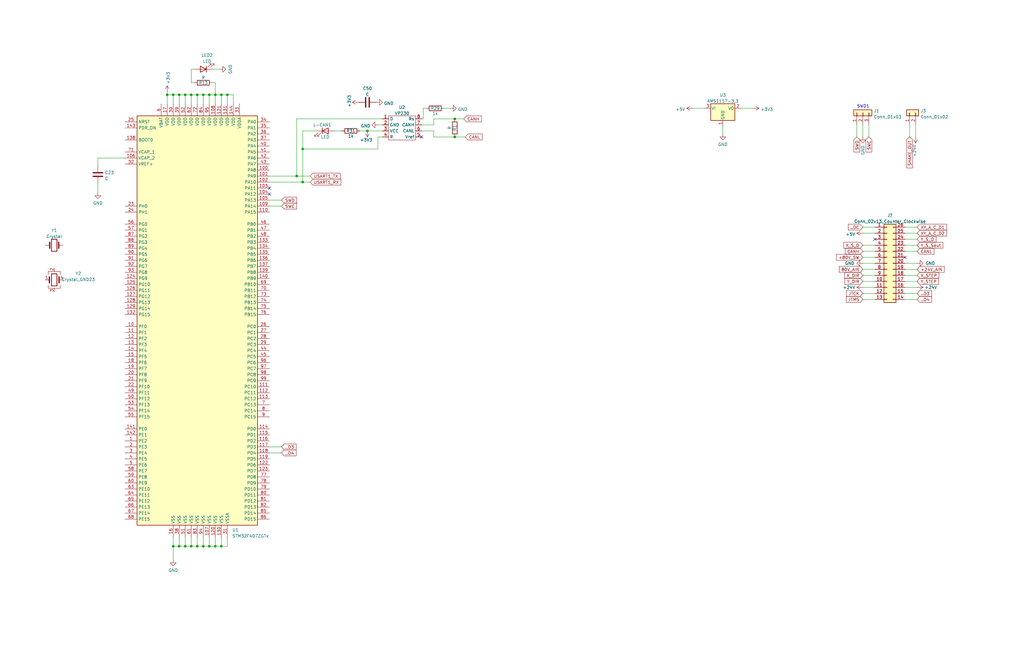
<source format=kicad_sch>
(kicad_sch (version 20211123) (generator eeschema)
  (paper "USLedger")
  (lib_symbols
    (symbol "Connector_Generic:Conn_01x02" (pin_names (offset 1.016) hide)
      (property "Reference" "J" (at 0 2.54 0))
      (property "Value" "Conn_01x02" (at 0 -5.08 0))
      (symbol "Conn_01x02_1_1"
        (rectangle (start -1.27 -2.413) (end 0 -2.667) (stroke (width 0.1524)))
        (rectangle (start -1.27 0.127) (end 0 -0.127) (stroke (width 0.1524)))
        (rectangle (start -1.27 1.27) (end 1.27 -3.81) (stroke (width 0.254)) (fill (type background)))
        (pin passive line (at -5.08 0 0) (length 3.81) (name "Pin_1") (number "1"))
        (pin passive line (at -5.08 -2.54 0) (length 3.81) (name "Pin_2") (number "2"))
      )
    )
    (symbol "Connector_Generic:Conn_01x03" (pin_names (offset 1.016) hide)
      (property "Reference" "J" (at 0 5.08 0))
      (property "Value" "Conn_01x03" (at 0 -5.08 0))
      (symbol "Conn_01x03_1_1"
        (rectangle (start -1.27 -2.413) (end 0 -2.667) (stroke (width 0.1524)))
        (rectangle (start -1.27 0.127) (end 0 -0.127) (stroke (width 0.1524)))
        (rectangle (start -1.27 2.667) (end 0 2.413) (stroke (width 0.1524)))
        (rectangle (start -1.27 3.81) (end 1.27 -3.81) (stroke (width 0.254)) (fill (type background)))
        (pin passive line (at -5.08 2.54 0) (length 3.81) (name "Pin_1") (number "1"))
        (pin passive line (at -5.08 0 0) (length 3.81) (name "Pin_2") (number "2"))
        (pin passive line (at -5.08 -2.54 0) (length 3.81) (name "Pin_3") (number "3"))
      )
    )
    (symbol "Connector_Generic:Conn_02x13_Counter_Clockwise" (pin_names (offset 1.016) hide)
      (property "Reference" "J" (at 1.27 17.78 0))
      (property "Value" "Conn_02x13_Counter_Clockwise" (at 1.27 -17.78 0))
      (symbol "Conn_02x13_Counter_Clockwise_1_1"
        (rectangle (start -1.27 -15.113) (end 0 -15.367) (stroke (width 0.1524)))
        (rectangle (start -1.27 -12.573) (end 0 -12.827) (stroke (width 0.1524)))
        (rectangle (start -1.27 -10.033) (end 0 -10.287) (stroke (width 0.1524)))
        (rectangle (start -1.27 -7.493) (end 0 -7.747) (stroke (width 0.1524)))
        (rectangle (start -1.27 -4.953) (end 0 -5.207) (stroke (width 0.1524)))
        (rectangle (start -1.27 -2.413) (end 0 -2.667) (stroke (width 0.1524)))
        (rectangle (start -1.27 0.127) (end 0 -0.127) (stroke (width 0.1524)))
        (rectangle (start -1.27 2.667) (end 0 2.413) (stroke (width 0.1524)))
        (rectangle (start -1.27 5.207) (end 0 4.953) (stroke (width 0.1524)))
        (rectangle (start -1.27 7.747) (end 0 7.493) (stroke (width 0.1524)))
        (rectangle (start -1.27 10.287) (end 0 10.033) (stroke (width 0.1524)))
        (rectangle (start -1.27 12.827) (end 0 12.573) (stroke (width 0.1524)))
        (rectangle (start -1.27 15.367) (end 0 15.113) (stroke (width 0.1524)))
        (rectangle (start -1.27 16.51) (end 3.81 -16.51) (stroke (width 0.254)) (fill (type background)))
        (rectangle (start 3.81 -15.113) (end 2.54 -15.367) (stroke (width 0.1524)))
        (rectangle (start 3.81 -12.573) (end 2.54 -12.827) (stroke (width 0.1524)))
        (rectangle (start 3.81 -10.033) (end 2.54 -10.287) (stroke (width 0.1524)))
        (rectangle (start 3.81 -7.493) (end 2.54 -7.747) (stroke (width 0.1524)))
        (rectangle (start 3.81 -4.953) (end 2.54 -5.207) (stroke (width 0.1524)))
        (rectangle (start 3.81 -2.413) (end 2.54 -2.667) (stroke (width 0.1524)))
        (rectangle (start 3.81 0.127) (end 2.54 -0.127) (stroke (width 0.1524)))
        (rectangle (start 3.81 2.667) (end 2.54 2.413) (stroke (width 0.1524)))
        (rectangle (start 3.81 5.207) (end 2.54 4.953) (stroke (width 0.1524)))
        (rectangle (start 3.81 7.747) (end 2.54 7.493) (stroke (width 0.1524)))
        (rectangle (start 3.81 10.287) (end 2.54 10.033) (stroke (width 0.1524)))
        (rectangle (start 3.81 12.827) (end 2.54 12.573) (stroke (width 0.1524)))
        (rectangle (start 3.81 15.367) (end 2.54 15.113) (stroke (width 0.1524)))
        (pin passive line (at -5.08 15.24 0) (length 3.81) (name "Pin_1") (number "1"))
        (pin passive line (at -5.08 -7.62 0) (length 3.81) (name "Pin_10") (number "10"))
        (pin passive line (at -5.08 -10.16 0) (length 3.81) (name "Pin_11") (number "11"))
        (pin passive line (at -5.08 -12.7 0) (length 3.81) (name "Pin_12") (number "12"))
        (pin passive line (at -5.08 -15.24 0) (length 3.81) (name "Pin_13") (number "13"))
        (pin passive line (at 7.62 -15.24 180) (length 3.81) (name "Pin_14") (number "14"))
        (pin passive line (at 7.62 -12.7 180) (length 3.81) (name "Pin_15") (number "15"))
        (pin passive line (at 7.62 -10.16 180) (length 3.81) (name "Pin_16") (number "16"))
        (pin passive line (at 7.62 -7.62 180) (length 3.81) (name "Pin_17") (number "17"))
        (pin passive line (at 7.62 -5.08 180) (length 3.81) (name "Pin_18") (number "18"))
        (pin passive line (at 7.62 -2.54 180) (length 3.81) (name "Pin_19") (number "19"))
        (pin passive line (at -5.08 12.7 0) (length 3.81) (name "Pin_2") (number "2"))
        (pin passive line (at 7.62 0 180) (length 3.81) (name "Pin_20") (number "20"))
        (pin passive line (at 7.62 2.54 180) (length 3.81) (name "Pin_21") (number "21"))
        (pin passive line (at 7.62 5.08 180) (length 3.81) (name "Pin_22") (number "22"))
        (pin passive line (at 7.62 7.62 180) (length 3.81) (name "Pin_23") (number "23"))
        (pin passive line (at 7.62 10.16 180) (length 3.81) (name "Pin_24") (number "24"))
        (pin passive line (at 7.62 12.7 180) (length 3.81) (name "Pin_25") (number "25"))
        (pin passive line (at 7.62 15.24 180) (length 3.81) (name "Pin_26") (number "26"))
        (pin passive line (at -5.08 10.16 0) (length 3.81) (name "Pin_3") (number "3"))
        (pin passive line (at -5.08 7.62 0) (length 3.81) (name "Pin_4") (number "4"))
        (pin passive line (at -5.08 5.08 0) (length 3.81) (name "Pin_5") (number "5"))
        (pin passive line (at -5.08 2.54 0) (length 3.81) (name "Pin_6") (number "6"))
        (pin passive line (at -5.08 0 0) (length 3.81) (name "Pin_7") (number "7"))
        (pin passive line (at -5.08 -2.54 0) (length 3.81) (name "Pin_8") (number "8"))
        (pin passive line (at -5.08 -5.08 0) (length 3.81) (name "Pin_9") (number "9"))
      )
    )
    (symbol "Device:C" (pin_numbers hide) (pin_names (offset 0.254))
      (property "Reference" "C" (at 0.635 2.54 0))
      (property "Value" "C" (at 0.635 -2.54 0))
      (symbol "C_0_1"
        (polyline (pts (xy -2.032 -0.762) (xy 2.032 -0.762)) (stroke (width 0.508)))
        (polyline (pts (xy -2.032 0.762) (xy 2.032 0.762)) (stroke (width 0.508)))
      )
      (symbol "C_1_1"
        (pin passive line (at 0 3.81 270) (length 2.794) (name "~") (number "1"))
        (pin passive line (at 0 -3.81 90) (length 2.794) (name "~") (number "2"))
      )
    )
    (symbol "Device:Crystal" (pin_numbers hide) (pin_names (offset 1.016) hide)
      (property "Reference" "Y" (at 0 3.81 0))
      (property "Value" "Crystal" (at 0 -3.81 0))
      (symbol "Crystal_0_1"
        (rectangle (start -1.143 2.54) (end 1.143 -2.54) (stroke (width 0.3048)))
        (polyline (pts (xy -2.54 0) (xy -1.905 0)))
        (polyline (pts (xy -1.905 -1.27) (xy -1.905 1.27)) (stroke (width 0.508)))
        (polyline (pts (xy 1.905 -1.27) (xy 1.905 1.27)) (stroke (width 0.508)))
        (polyline (pts (xy 2.54 0) (xy 1.905 0)))
      )
      (symbol "Crystal_1_1"
        (pin passive line (at -3.81 0 0) (length 1.27) (name "1") (number "1"))
        (pin passive line (at 3.81 0 180) (length 1.27) (name "2") (number "2"))
      )
    )
    (symbol "Device:Crystal_GND23" (pin_names (offset 1.016) hide)
      (property "Reference" "Y" (at 3.175 5.08 0))
      (property "Value" "Crystal_GND23" (at 3.175 3.175 0))
      (symbol "Crystal_GND23_0_1"
        (rectangle (start -1.143 2.54) (end 1.143 -2.54) (stroke (width 0.3048)))
        (polyline (pts (xy -2.54 0) (xy -2.032 0)))
        (polyline (pts (xy -2.032 -1.27) (xy -2.032 1.27)) (stroke (width 0.508)))
        (polyline (pts (xy 0 -3.81) (xy 0 -3.556)))
        (polyline (pts (xy 0 3.556) (xy 0 3.81)))
        (polyline (pts (xy 2.032 -1.27) (xy 2.032 1.27)) (stroke (width 0.508)))
        (polyline (pts (xy 2.032 0) (xy 2.54 0)))
        (polyline (pts (xy -2.54 -2.286) (xy -2.54 -3.556) (xy 2.54 -3.556) (xy 2.54 -2.286)))
        (polyline (pts (xy -2.54 2.286) (xy -2.54 3.556) (xy 2.54 3.556) (xy 2.54 2.286)))
      )
      (symbol "Crystal_GND23_1_1"
        (pin passive line (at -3.81 0 0) (length 1.27) (name "1") (number "1"))
        (pin passive line (at 0 5.08 270) (length 1.27) (name "2") (number "2"))
        (pin passive line (at 0 -5.08 90) (length 1.27) (name "3") (number "3"))
        (pin passive line (at 3.81 0 180) (length 1.27) (name "4") (number "4"))
      )
    )
    (symbol "Device:LED" (pin_numbers hide) (pin_names (offset 1.016) hide)
      (property "Reference" "D" (at 0 2.54 0))
      (property "Value" "LED" (at 0 -2.54 0))
      (symbol "LED_0_1"
        (polyline (pts (xy -1.27 -1.27) (xy -1.27 1.27)) (stroke (width 0.254)))
        (polyline (pts (xy -1.27 0) (xy 1.27 0)))
        (polyline (pts (xy 1.27 -1.27) (xy 1.27 1.27) (xy -1.27 0) (xy 1.27 -1.27)) (stroke (width 0.254)))
        (polyline (pts (xy -3.048 -0.762) (xy -4.572 -2.286) (xy -3.81 -2.286) (xy -4.572 -2.286) (xy -4.572 -1.524)))
        (polyline (pts (xy -1.778 -0.762) (xy -3.302 -2.286) (xy -2.54 -2.286) (xy -3.302 -2.286) (xy -3.302 -1.524)))
      )
      (symbol "LED_1_1"
        (pin passive line (at -3.81 0 0) (length 2.54) (name "K") (number "1"))
        (pin passive line (at 3.81 0 180) (length 2.54) (name "A") (number "2"))
      )
    )
    (symbol "Device:R" (pin_numbers hide) (pin_names (offset 0))
      (property "Reference" "R" (at 2.032 0 90))
      (property "Value" "R" (at 0 0 90))
      (symbol "R_0_1"
        (rectangle (start -1.016 -2.54) (end 1.016 2.54) (stroke (width 0.254)))
      )
      (symbol "R_1_1"
        (pin passive line (at 0 3.81 270) (length 1.27) (name "~") (number "1"))
        (pin passive line (at 0 -3.81 90) (length 1.27) (name "~") (number "2"))
      )
    )
    (symbol "MCU_ST_STM32F4:STM32F407ZGTx"
      (property "Reference" "U" (at -25.4 87.63 0))
      (property "Value" "STM32F407ZGTx" (at 20.32 87.63 0))
      (symbol "STM32F407ZGTx_0_1"
        (rectangle (start -25.4 -86.36) (end 25.4 86.36) (stroke (width 0.254)) (fill (type background)))
      )
      (symbol "STM32F407ZGTx_1_1"
        (pin bidirectional line (at -30.48 -50.8 0) (length 5.08) (name "PE2") (number "1"))
        (pin bidirectional line (at -30.48 -2.54 0) (length 5.08) (name "PF0") (number "10"))
        (pin bidirectional line (at 30.48 63.5 180) (length 5.08) (name "PA8") (number "100"))
        (pin bidirectional line (at 30.48 60.96 180) (length 5.08) (name "PA9") (number "101"))
        (pin bidirectional line (at 30.48 58.42 180) (length 5.08) (name "PA10") (number "102"))
        (pin bidirectional line (at 30.48 55.88 180) (length 5.08) (name "PA11") (number "103"))
        (pin bidirectional line (at 30.48 53.34 180) (length 5.08) (name "PA12") (number "104"))
        (pin bidirectional line (at 30.48 50.8 180) (length 5.08) (name "PA13") (number "105"))
        (pin power_in line (at -30.48 68.58 0) (length 5.08) (name "VCAP_2") (number "106"))
        (pin power_in line (at 5.08 -91.44 90) (length 5.08) (name "VSS") (number "107"))
        (pin power_in line (at 7.62 91.44 270) (length 5.08) (name "VDD") (number "108"))
        (pin bidirectional line (at 30.48 48.26 180) (length 5.08) (name "PA14") (number "109"))
        (pin bidirectional line (at -30.48 -5.08 0) (length 5.08) (name "PF1") (number "11"))
        (pin bidirectional line (at 30.48 45.72 180) (length 5.08) (name "PA15") (number "110"))
        (pin bidirectional line (at 30.48 -27.94 180) (length 5.08) (name "PC10") (number "111"))
        (pin bidirectional line (at 30.48 -30.48 180) (length 5.08) (name "PC11") (number "112"))
        (pin bidirectional line (at 30.48 -33.02 180) (length 5.08) (name "PC12") (number "113"))
        (pin bidirectional line (at 30.48 -45.72 180) (length 5.08) (name "PD0") (number "114"))
        (pin bidirectional line (at 30.48 -48.26 180) (length 5.08) (name "PD1") (number "115"))
        (pin bidirectional line (at 30.48 -50.8 180) (length 5.08) (name "PD2") (number "116"))
        (pin bidirectional line (at 30.48 -53.34 180) (length 5.08) (name "PD3") (number "117"))
        (pin bidirectional line (at 30.48 -55.88 180) (length 5.08) (name "PD4") (number "118"))
        (pin bidirectional line (at 30.48 -58.42 180) (length 5.08) (name "PD5") (number "119"))
        (pin bidirectional line (at -30.48 -7.62 0) (length 5.08) (name "PF2") (number "12"))
        (pin power_in line (at 7.62 -91.44 90) (length 5.08) (name "VSS") (number "120"))
        (pin power_in line (at 10.16 91.44 270) (length 5.08) (name "VDD") (number "121"))
        (pin bidirectional line (at 30.48 -60.96 180) (length 5.08) (name "PD6") (number "122"))
        (pin bidirectional line (at 30.48 -63.5 180) (length 5.08) (name "PD7") (number "123"))
        (pin bidirectional line (at -30.48 17.78 0) (length 5.08) (name "PG9") (number "124"))
        (pin bidirectional line (at -30.48 15.24 0) (length 5.08) (name "PG10") (number "125"))
        (pin bidirectional line (at -30.48 12.7 0) (length 5.08) (name "PG11") (number "126"))
        (pin bidirectional line (at -30.48 10.16 0) (length 5.08) (name "PG12") (number "127"))
        (pin bidirectional line (at -30.48 7.62 0) (length 5.08) (name "PG13") (number "128"))
        (pin bidirectional line (at -30.48 5.08 0) (length 5.08) (name "PG14") (number "129"))
        (pin bidirectional line (at -30.48 -10.16 0) (length 5.08) (name "PF3") (number "13"))
        (pin power_in line (at 10.16 -91.44 90) (length 5.08) (name "VSS") (number "130"))
        (pin power_in line (at 12.7 91.44 270) (length 5.08) (name "VDD") (number "131"))
        (pin bidirectional line (at -30.48 2.54 0) (length 5.08) (name "PG15") (number "132"))
        (pin bidirectional line (at 30.48 33.02 180) (length 5.08) (name "PB3") (number "133"))
        (pin bidirectional line (at 30.48 30.48 180) (length 5.08) (name "PB4") (number "134"))
        (pin bidirectional line (at 30.48 27.94 180) (length 5.08) (name "PB5") (number "135"))
        (pin bidirectional line (at 30.48 25.4 180) (length 5.08) (name "PB6") (number "136"))
        (pin bidirectional line (at 30.48 22.86 180) (length 5.08) (name "PB7") (number "137"))
        (pin input line (at -30.48 76.2 0) (length 5.08) (name "BOOT0") (number "138"))
        (pin bidirectional line (at 30.48 20.32 180) (length 5.08) (name "PB8") (number "139"))
        (pin bidirectional line (at -30.48 -12.7 0) (length 5.08) (name "PF4") (number "14"))
        (pin bidirectional line (at 30.48 17.78 180) (length 5.08) (name "PB9") (number "140"))
        (pin bidirectional line (at -30.48 -45.72 0) (length 5.08) (name "PE0") (number "141"))
        (pin bidirectional line (at -30.48 -48.26 0) (length 5.08) (name "PE1") (number "142"))
        (pin input line (at -30.48 81.28 0) (length 5.08) (name "PDR_ON") (number "143"))
        (pin power_in line (at 15.24 91.44 270) (length 5.08) (name "VDD") (number "144"))
        (pin bidirectional line (at -30.48 -15.24 0) (length 5.08) (name "PF5") (number "15"))
        (pin power_in line (at -10.16 -91.44 90) (length 5.08) (name "VSS") (number "16"))
        (pin power_in line (at -12.7 91.44 270) (length 5.08) (name "VDD") (number "17"))
        (pin bidirectional line (at -30.48 -17.78 0) (length 5.08) (name "PF6") (number "18"))
        (pin bidirectional line (at -30.48 -20.32 0) (length 5.08) (name "PF7") (number "19"))
        (pin bidirectional line (at -30.48 -53.34 0) (length 5.08) (name "PE3") (number "2"))
        (pin bidirectional line (at -30.48 -22.86 0) (length 5.08) (name "PF8") (number "20"))
        (pin bidirectional line (at -30.48 -25.4 0) (length 5.08) (name "PF9") (number "21"))
        (pin bidirectional line (at -30.48 -27.94 0) (length 5.08) (name "PF10") (number "22"))
        (pin input line (at -30.48 48.26 0) (length 5.08) (name "PH0") (number "23"))
        (pin input line (at -30.48 45.72 0) (length 5.08) (name "PH1") (number "24"))
        (pin input line (at -30.48 83.82 0) (length 5.08) (name "NRST") (number "25"))
        (pin bidirectional line (at 30.48 -2.54 180) (length 5.08) (name "PC0") (number "26"))
        (pin bidirectional line (at 30.48 -5.08 180) (length 5.08) (name "PC1") (number "27"))
        (pin bidirectional line (at 30.48 -7.62 180) (length 5.08) (name "PC2") (number "28"))
        (pin bidirectional line (at 30.48 -10.16 180) (length 5.08) (name "PC3") (number "29"))
        (pin bidirectional line (at -30.48 -55.88 0) (length 5.08) (name "PE4") (number "3"))
        (pin power_in line (at -10.16 91.44 270) (length 5.08) (name "VDD") (number "30"))
        (pin power_in line (at 12.7 -91.44 90) (length 5.08) (name "VSSA") (number "31"))
        (pin power_in line (at -30.48 66.04 0) (length 5.08) (name "VREF+") (number "32"))
        (pin power_in line (at 17.78 91.44 270) (length 5.08) (name "VDDA") (number "33"))
        (pin bidirectional line (at 30.48 83.82 180) (length 5.08) (name "PA0") (number "34"))
        (pin bidirectional line (at 30.48 81.28 180) (length 5.08) (name "PA1") (number "35"))
        (pin bidirectional line (at 30.48 78.74 180) (length 5.08) (name "PA2") (number "36"))
        (pin bidirectional line (at 30.48 76.2 180) (length 5.08) (name "PA3") (number "37"))
        (pin power_in line (at -7.62 -91.44 90) (length 5.08) (name "VSS") (number "38"))
        (pin power_in line (at -7.62 91.44 270) (length 5.08) (name "VDD") (number "39"))
        (pin bidirectional line (at -30.48 -58.42 0) (length 5.08) (name "PE5") (number "4"))
        (pin bidirectional line (at 30.48 73.66 180) (length 5.08) (name "PA4") (number "40"))
        (pin bidirectional line (at 30.48 71.12 180) (length 5.08) (name "PA5") (number "41"))
        (pin bidirectional line (at 30.48 68.58 180) (length 5.08) (name "PA6") (number "42"))
        (pin bidirectional line (at 30.48 66.04 180) (length 5.08) (name "PA7") (number "43"))
        (pin bidirectional line (at 30.48 -12.7 180) (length 5.08) (name "PC4") (number "44"))
        (pin bidirectional line (at 30.48 -15.24 180) (length 5.08) (name "PC5") (number "45"))
        (pin bidirectional line (at 30.48 40.64 180) (length 5.08) (name "PB0") (number "46"))
        (pin bidirectional line (at 30.48 38.1 180) (length 5.08) (name "PB1") (number "47"))
        (pin bidirectional line (at 30.48 35.56 180) (length 5.08) (name "PB2") (number "48"))
        (pin bidirectional line (at -30.48 -30.48 0) (length 5.08) (name "PF11") (number "49"))
        (pin bidirectional line (at -30.48 -60.96 0) (length 5.08) (name "PE6") (number "5"))
        (pin bidirectional line (at -30.48 -33.02 0) (length 5.08) (name "PF12") (number "50"))
        (pin power_in line (at -5.08 -91.44 90) (length 5.08) (name "VSS") (number "51"))
        (pin power_in line (at -5.08 91.44 270) (length 5.08) (name "VDD") (number "52"))
        (pin bidirectional line (at -30.48 -35.56 0) (length 5.08) (name "PF13") (number "53"))
        (pin bidirectional line (at -30.48 -38.1 0) (length 5.08) (name "PF14") (number "54"))
        (pin bidirectional line (at -30.48 -40.64 0) (length 5.08) (name "PF15") (number "55"))
        (pin bidirectional line (at -30.48 40.64 0) (length 5.08) (name "PG0") (number "56"))
        (pin bidirectional line (at -30.48 38.1 0) (length 5.08) (name "PG1") (number "57"))
        (pin bidirectional line (at -30.48 -63.5 0) (length 5.08) (name "PE7") (number "58"))
        (pin bidirectional line (at -30.48 -66.04 0) (length 5.08) (name "PE8") (number "59"))
        (pin power_in line (at -15.24 91.44 270) (length 5.08) (name "VBAT") (number "6"))
        (pin bidirectional line (at -30.48 -68.58 0) (length 5.08) (name "PE9") (number "60"))
        (pin power_in line (at -2.54 -91.44 90) (length 5.08) (name "VSS") (number "61"))
        (pin power_in line (at -2.54 91.44 270) (length 5.08) (name "VDD") (number "62"))
        (pin bidirectional line (at -30.48 -71.12 0) (length 5.08) (name "PE10") (number "63"))
        (pin bidirectional line (at -30.48 -73.66 0) (length 5.08) (name "PE11") (number "64"))
        (pin bidirectional line (at -30.48 -76.2 0) (length 5.08) (name "PE12") (number "65"))
        (pin bidirectional line (at -30.48 -78.74 0) (length 5.08) (name "PE13") (number "66"))
        (pin bidirectional line (at -30.48 -81.28 0) (length 5.08) (name "PE14") (number "67"))
        (pin bidirectional line (at -30.48 -83.82 0) (length 5.08) (name "PE15") (number "68"))
        (pin bidirectional line (at 30.48 15.24 180) (length 5.08) (name "PB10") (number "69"))
        (pin bidirectional line (at 30.48 -35.56 180) (length 5.08) (name "PC13") (number "7"))
        (pin bidirectional line (at 30.48 12.7 180) (length 5.08) (name "PB11") (number "70"))
        (pin power_in line (at -30.48 71.12 0) (length 5.08) (name "VCAP_1") (number "71"))
        (pin power_in line (at 0 91.44 270) (length 5.08) (name "VDD") (number "72"))
        (pin bidirectional line (at 30.48 10.16 180) (length 5.08) (name "PB12") (number "73"))
        (pin bidirectional line (at 30.48 7.62 180) (length 5.08) (name "PB13") (number "74"))
        (pin bidirectional line (at 30.48 5.08 180) (length 5.08) (name "PB14") (number "75"))
        (pin bidirectional line (at 30.48 2.54 180) (length 5.08) (name "PB15") (number "76"))
        (pin bidirectional line (at 30.48 -66.04 180) (length 5.08) (name "PD8") (number "77"))
        (pin bidirectional line (at 30.48 -68.58 180) (length 5.08) (name "PD9") (number "78"))
        (pin bidirectional line (at 30.48 -71.12 180) (length 5.08) (name "PD10") (number "79"))
        (pin bidirectional line (at 30.48 -38.1 180) (length 5.08) (name "PC14") (number "8"))
        (pin bidirectional line (at 30.48 -73.66 180) (length 5.08) (name "PD11") (number "80"))
        (pin bidirectional line (at 30.48 -76.2 180) (length 5.08) (name "PD12") (number "81"))
        (pin bidirectional line (at 30.48 -78.74 180) (length 5.08) (name "PD13") (number "82"))
        (pin power_in line (at 0 -91.44 90) (length 5.08) (name "VSS") (number "83"))
        (pin power_in line (at 2.54 91.44 270) (length 5.08) (name "VDD") (number "84"))
        (pin bidirectional line (at 30.48 -81.28 180) (length 5.08) (name "PD14") (number "85"))
        (pin bidirectional line (at 30.48 -83.82 180) (length 5.08) (name "PD15") (number "86"))
        (pin bidirectional line (at -30.48 35.56 0) (length 5.08) (name "PG2") (number "87"))
        (pin bidirectional line (at -30.48 33.02 0) (length 5.08) (name "PG3") (number "88"))
        (pin bidirectional line (at -30.48 30.48 0) (length 5.08) (name "PG4") (number "89"))
        (pin bidirectional line (at 30.48 -40.64 180) (length 5.08) (name "PC15") (number "9"))
        (pin bidirectional line (at -30.48 27.94 0) (length 5.08) (name "PG5") (number "90"))
        (pin bidirectional line (at -30.48 25.4 0) (length 5.08) (name "PG6") (number "91"))
        (pin bidirectional line (at -30.48 22.86 0) (length 5.08) (name "PG7") (number "92"))
        (pin bidirectional line (at -30.48 20.32 0) (length 5.08) (name "PG8") (number "93"))
        (pin power_in line (at 2.54 -91.44 90) (length 5.08) (name "VSS") (number "94"))
        (pin power_in line (at 5.08 91.44 270) (length 5.08) (name "VDD") (number "95"))
        (pin bidirectional line (at 30.48 -17.78 180) (length 5.08) (name "PC6") (number "96"))
        (pin bidirectional line (at 30.48 -20.32 180) (length 5.08) (name "PC7") (number "97"))
        (pin bidirectional line (at 30.48 -22.86 180) (length 5.08) (name "PC8") (number "98"))
        (pin bidirectional line (at 30.48 -25.4 180) (length 5.08) (name "PC9") (number "99"))
      )
    )
    (symbol "Regulator_Linear:AMS1117-3.3" (pin_names (offset 0.254))
      (property "Reference" "U" (at -3.81 3.175 0))
      (property "Value" "AMS1117-3.3" (at 0 3.175 0))
      (symbol "AMS1117-3.3_0_1"
        (rectangle (start -5.08 -5.08) (end 5.08 1.905) (stroke (width 0.254)) (fill (type background)))
      )
      (symbol "AMS1117-3.3_1_1"
        (pin power_in line (at 0 -7.62 90) (length 2.54) (name "GND") (number "1"))
        (pin power_out line (at 7.62 0 180) (length 2.54) (name "VO") (number "2"))
        (pin power_in line (at -7.62 0 0) (length 2.54) (name "VI") (number "3"))
      )
    )
    (symbol "TM245_parts:VP230"
      (property "Reference" "U" (at 0 -6.35 0))
      (property "Value" "VP230" (at 0 6.35 0))
      (symbol "VP230_0_1"
        (rectangle (start -5.08 5.08) (end 6.35 -5.08))
      )
      (symbol "VP230_1_1"
        (pin input line (at -7.62 3.81 0) (length 2.54) (name "D") (number "1"))
        (pin input line (at -7.62 1.27 0) (length 2.54) (name "GND") (number "2"))
        (pin input line (at -7.62 -1.27 0) (length 2.54) (name "VCC") (number "3"))
        (pin input line (at -7.62 -3.81 0) (length 2.54) (name "R") (number "4"))
        (pin input line (at 8.89 -3.81 180) (length 2.54) (name "Vref") (number "5"))
        (pin input line (at 8.89 -1.27 180) (length 2.54) (name "CANL") (number "6"))
        (pin input line (at 8.89 1.27 180) (length 2.54) (name "CANH") (number "7"))
        (pin input line (at 8.89 3.81 180) (length 2.54) (name "Rs") (number "8"))
      )
    )
    (symbol "power:+24V" (power) (pin_names (offset 0))
      (property "Value" "+24V" (at 0 3.556 0))
      (symbol "+24V_0_1"
        (polyline (pts (xy -0.762 1.27) (xy 0 2.54)))
        (polyline (pts (xy 0 0) (xy 0 2.54)))
        (polyline (pts (xy 0 2.54) (xy 0.762 1.27)))
      )
      (symbol "+24V_1_1"
        (pin power_in line (at 0 0 90) (length 0) hide (name "+24V") (number "1"))
      )
    )
    (symbol "power:+3V3" (power) (pin_names (offset 0))
      (property "Value" "+3V3" (at 0 3.556 0))
      (symbol "+3V3_0_1"
        (polyline (pts (xy -0.762 1.27) (xy 0 2.54)))
        (polyline (pts (xy 0 0) (xy 0 2.54)))
        (polyline (pts (xy 0 2.54) (xy 0.762 1.27)))
      )
      (symbol "+3V3_1_1"
        (pin power_in line (at 0 0 90) (length 0) hide (name "+3V3") (number "1"))
      )
    )
    (symbol "power:+5V" (power) (pin_names (offset 0))
      (property "Value" "+5V" (at 0 3.556 0))
      (symbol "+5V_0_1"
        (polyline (pts (xy -0.762 1.27) (xy 0 2.54)))
        (polyline (pts (xy 0 0) (xy 0 2.54)))
        (polyline (pts (xy 0 2.54) (xy 0.762 1.27)))
      )
      (symbol "+5V_1_1"
        (pin power_in line (at 0 0 90) (length 0) hide (name "+5V") (number "1"))
      )
    )
    (symbol "power:GND" (power) (pin_names (offset 0))
      (property "Value" "GND" (at 0 -3.81 0))
      (symbol "GND_0_1"
        (polyline (pts (xy 0 0) (xy 0 -1.27) (xy 1.27 -1.27) (xy 0 -2.54) (xy -1.27 -1.27) (xy 0 -1.27)))
      )
      (symbol "GND_1_1"
        (pin power_in line (at 0 0 270) (length 0) hide (name "GND") (number "1"))
      )
    )
  )
  (junction (at 95.885 40.005))
  (junction (at 85.725 230.505))
  (junction (at 78.105 230.505))
  (junction (at 125.095 74.295))
  (junction (at 78.105 40.005))
  (junction (at 85.725 40.005))
  (junction (at 127.635 62.865))
  (junction (at 88.265 40.005))
  (junction (at 83.185 230.505))
  (junction (at 93.345 40.005))
  (junction (at 90.805 230.505))
  (junction (at 88.265 230.505))
  (junction (at 127.635 76.835))
  (junction (at 70.485 40.005))
  (junction (at 90.805 40.005))
  (junction (at 191.77 50.165))
  (junction (at 154.94 55.245))
  (junction (at 75.565 40.005))
  (junction (at 83.185 40.005))
  (junction (at 73.025 230.505))
  (junction (at 93.345 230.505))
  (junction (at 191.77 57.785))
  (junction (at 80.645 40.005))
  (junction (at 73.025 40.005))
  (junction (at 75.565 230.505))
  (junction (at 80.645 230.505))
  (no_connect (at 368.935 100.965))
  (no_connect (at 381.635 108.585))
  (no_connect (at 177.8 57.785))
  (no_connect (at 113.665 81.915))
  (no_connect (at 113.665 79.375))
  (wire (pts (xy 178.435 50.165) (xy 178.435 45.72)))
  (wire (pts (xy 70.485 40.005) (xy 73.025 40.005)))
  (wire (pts (xy 83.185 40.005) (xy 83.185 43.815)))
  (wire (pts (xy 191.77 57.785) (xy 196.215 57.785)))
  (wire (pts (xy 93.345 230.505) (xy 95.885 230.505)))
  (wire (pts (xy 78.105 40.005) (xy 80.645 40.005)))
  (wire (pts (xy 368.935 95.885) (xy 363.855 95.885)))
  (wire (pts (xy 52.705 66.675) (xy 41.275 66.675)))
  (wire (pts (xy 83.185 226.695) (xy 83.185 230.505)))
  (wire (pts (xy 73.025 40.005) (xy 73.025 43.815)))
  (wire (pts (xy 41.275 66.675) (xy 41.275 69.85)))
  (wire (pts (xy 144.145 55.245) (xy 140.97 55.245)))
  (wire (pts (xy 73.025 226.695) (xy 73.025 230.505)))
  (wire (pts (xy 151.765 55.245) (xy 154.94 55.245)))
  (wire (pts (xy 89.535 34.925) (xy 90.805 34.925)))
  (wire (pts (xy 92.71 29.21) (xy 89.535 29.21)))
  (wire (pts (xy 78.105 226.695) (xy 78.105 230.505)))
  (wire (pts (xy 381.635 121.285) (xy 386.715 121.285)))
  (wire (pts (xy 70.485 40.005) (xy 70.485 38.735)))
  (wire (pts (xy 90.805 40.005) (xy 90.805 43.815)))
  (wire (pts (xy 177.8 55.245) (xy 182.88 55.245)))
  (wire (pts (xy 178.435 45.72) (xy 179.705 45.72)))
  (wire (pts (xy 113.665 76.835) (xy 127.635 76.835)))
  (wire (pts (xy 95.885 226.695) (xy 95.885 230.505)))
  (wire (pts (xy 73.025 230.505) (xy 75.565 230.505)))
  (wire (pts (xy 381.635 118.745) (xy 386.715 118.745)))
  (wire (pts (xy 368.935 106.045) (xy 363.855 106.045)))
  (wire (pts (xy 381.635 126.365) (xy 386.715 126.365)))
  (wire (pts (xy 93.345 40.005) (xy 93.345 43.815)))
  (wire (pts (xy 363.855 57.785) (xy 363.855 52.705)))
  (wire (pts (xy 93.345 40.005) (xy 95.885 40.005)))
  (wire (pts (xy 75.565 40.005) (xy 78.105 40.005)))
  (wire (pts (xy 125.095 50.165) (xy 161.29 50.165)))
  (wire (pts (xy 297.18 45.72) (xy 292.1 45.72)))
  (wire (pts (xy 127.635 55.245) (xy 127.635 62.865)))
  (wire (pts (xy 368.935 103.505) (xy 363.855 103.505)))
  (wire (pts (xy 381.635 106.045) (xy 386.715 106.045)))
  (wire (pts (xy 85.725 40.005) (xy 88.265 40.005)))
  (wire (pts (xy 381.635 98.425) (xy 386.715 98.425)))
  (wire (pts (xy 363.855 111.125) (xy 368.935 111.125)))
  (wire (pts (xy 368.935 113.665) (xy 363.855 113.665)))
  (wire (pts (xy 159.385 57.785) (xy 161.29 57.785)))
  (wire (pts (xy 182.88 55.245) (xy 182.88 57.785)))
  (wire (pts (xy 41.275 77.47) (xy 41.275 81.28)))
  (wire (pts (xy 95.885 43.815) (xy 95.885 40.005)))
  (wire (pts (xy 78.105 230.505) (xy 80.645 230.505)))
  (wire (pts (xy 80.645 230.505) (xy 83.185 230.505)))
  (wire (pts (xy 182.88 52.705) (xy 182.88 50.165)))
  (wire (pts (xy 177.8 52.705) (xy 182.88 52.705)))
  (wire (pts (xy 88.265 226.695) (xy 88.265 230.505)))
  (wire (pts (xy 125.095 50.165) (xy 125.095 74.295)))
  (wire (pts (xy 80.645 29.21) (xy 81.915 29.21)))
  (wire (pts (xy 83.185 40.005) (xy 85.725 40.005)))
  (wire (pts (xy 154.94 55.245) (xy 161.29 55.245)))
  (wire (pts (xy 177.8 50.165) (xy 178.435 50.165)))
  (wire (pts (xy 75.565 230.505) (xy 78.105 230.505)))
  (wire (pts (xy 383.54 52.705) (xy 383.54 57.785)))
  (wire (pts (xy 368.935 126.365) (xy 363.855 126.365)))
  (wire (pts (xy 73.025 236.22) (xy 73.025 230.505)))
  (wire (pts (xy 381.635 95.885) (xy 386.715 95.885)))
  (wire (pts (xy 127.635 76.835) (xy 130.81 76.835)))
  (wire (pts (xy 159.385 62.865) (xy 159.385 57.785)))
  (wire (pts (xy 83.185 230.505) (xy 85.725 230.505)))
  (wire (pts (xy 127.635 62.865) (xy 159.385 62.865)))
  (wire (pts (xy 73.025 40.005) (xy 75.565 40.005)))
  (wire (pts (xy 312.42 45.72) (xy 317.5 45.72)))
  (wire (pts (xy 88.265 40.005) (xy 88.265 43.815)))
  (wire (pts (xy 133.35 55.245) (xy 127.635 55.245)))
  (wire (pts (xy 85.725 230.505) (xy 88.265 230.505)))
  (wire (pts (xy 90.805 34.925) (xy 90.805 40.005)))
  (wire (pts (xy 381.635 116.205) (xy 386.715 116.205)))
  (wire (pts (xy 80.645 34.925) (xy 80.645 29.21)))
  (wire (pts (xy 90.805 230.505) (xy 93.345 230.505)))
  (wire (pts (xy 381.635 123.825) (xy 386.715 123.825)))
  (wire (pts (xy 85.725 40.005) (xy 85.725 43.815)))
  (wire (pts (xy 81.915 34.925) (xy 80.645 34.925)))
  (wire (pts (xy 80.645 40.005) (xy 83.185 40.005)))
  (wire (pts (xy 80.645 226.695) (xy 80.645 230.505)))
  (wire (pts (xy 182.88 50.165) (xy 191.77 50.165)))
  (wire (pts (xy 85.725 226.695) (xy 85.725 230.505)))
  (wire (pts (xy 80.645 40.005) (xy 80.645 43.815)))
  (wire (pts (xy 70.485 43.815) (xy 70.485 40.005)))
  (wire (pts (xy 113.665 86.995) (xy 118.745 86.995)))
  (wire (pts (xy 361.315 52.705) (xy 361.315 57.785)))
  (wire (pts (xy 98.425 40.005) (xy 98.425 43.815)))
  (wire (pts (xy 93.345 226.695) (xy 93.345 230.505)))
  (wire (pts (xy 90.805 226.695) (xy 90.805 230.505)))
  (wire (pts (xy 368.935 116.205) (xy 363.855 116.205)))
  (wire (pts (xy 182.88 57.785) (xy 191.77 57.785)))
  (wire (pts (xy 159.385 52.705) (xy 161.29 52.705)))
  (wire (pts (xy 368.935 118.745) (xy 363.855 118.745)))
  (wire (pts (xy 95.885 40.005) (xy 98.425 40.005)))
  (wire (pts (xy 191.77 50.165) (xy 195.58 50.165)))
  (wire (pts (xy 113.665 191.135) (xy 118.745 191.135)))
  (wire (pts (xy 113.665 84.455) (xy 118.745 84.455)))
  (wire (pts (xy 187.325 45.72) (xy 189.865 45.72)))
  (wire (pts (xy 366.395 52.705) (xy 366.395 57.785)))
  (wire (pts (xy 368.935 123.825) (xy 363.855 123.825)))
  (wire (pts (xy 363.855 108.585) (xy 368.935 108.585)))
  (wire (pts (xy 88.265 230.505) (xy 90.805 230.505)))
  (wire (pts (xy 381.635 103.505) (xy 386.715 103.505)))
  (wire (pts (xy 113.665 74.295) (xy 125.095 74.295)))
  (wire (pts (xy 381.635 113.665) (xy 386.715 113.665)))
  (wire (pts (xy 381.635 100.965) (xy 386.715 100.965)))
  (wire (pts (xy 368.935 98.425) (xy 363.855 98.425)))
  (wire (pts (xy 113.665 188.595) (xy 118.745 188.595)))
  (wire (pts (xy 127.635 76.835) (xy 127.635 62.865)))
  (wire (pts (xy 75.565 226.695) (xy 75.565 230.505)))
  (wire (pts (xy 304.8 56.515) (xy 304.8 53.34)))
  (wire (pts (xy 386.08 52.705) (xy 386.08 57.785)))
  (wire (pts (xy 368.935 121.285) (xy 363.855 121.285)))
  (wire (pts (xy 78.105 40.005) (xy 78.105 43.815)))
  (wire (pts (xy 88.265 40.005) (xy 90.805 40.005)))
  (wire (pts (xy 386.715 111.125) (xy 381.635 111.125)))
  (wire (pts (xy 90.805 40.005) (xy 93.345 40.005)))
  (wire (pts (xy 75.565 43.815) (xy 75.565 40.005)))
  (wire (pts (xy 125.095 74.295) (xy 130.81 74.295)))
  (text "SWD1" (at 361.315 45.72 0) (effects (font (size 1.27 1.27)) (justify left bottom)))
  (global_label "XY_A_C_D2" (shape input) (at 386.715 98.425 0) (property "Intersheet References" "${INTERSHEET_REFS}" (effects hide)))
  (global_label "+80V_SW" (shape input) (at 363.855 108.585 180) (property "Intersheet References" "${INTERSHEET_REFS}" (effects hide)))
  (global_label "JTCK" (shape input) (at 363.855 123.825 180) (property "Intersheet References" "${INTERSHEET_REFS}" (effects hide)))
  (global_label "SWC" (shape input) (at 366.395 57.785 270) (property "Intersheet References" "${INTERSHEET_REFS}" (effects hide)))
  (global_label "USART1_TX" (shape input) (at 130.81 74.295 0) (property "Intersheet References" "${INTERSHEET_REFS}" (effects hide)))
  (global_label "X_DIR" (shape input) (at 363.855 116.205 180) (property "Intersheet References" "${INTERSHEET_REFS}" (effects hide)))
  (global_label "80V_AIN" (shape input) (at 363.855 113.665 180) (property "Intersheet References" "${INTERSHEET_REFS}" (effects hide)))
  (global_label "Y_S_Sout" (shape input) (at 386.715 103.505 0) (property "Intersheet References" "${INTERSHEET_REFS}" (effects hide)))
  (global_label "..DC" (shape input) (at 363.855 95.885 180) (property "Intersheet References" "${INTERSHEET_REFS}" (effects hide)))
  (global_label "JTMS" (shape input) (at 363.855 126.365 180) (property "Intersheet References" "${INTERSHEET_REFS}" (effects hide)))
  (global_label "Y_STEP" (shape input) (at 386.715 118.745 0) (property "Intersheet References" "${INTERSHEET_REFS}" (effects hide)))
  (global_label "+24V_AIN" (shape input) (at 386.715 113.665 0) (property "Intersheet References" "${INTERSHEET_REFS}" (effects hide)))
  (global_label "Y_DIR" (shape input) (at 363.855 118.745 180) (property "Intersheet References" "${INTERSHEET_REFS}" (effects hide)))
  (global_label "CANL" (shape input) (at 196.215 57.785 0) (property "Intersheet References" "${INTERSHEET_REFS}" (effects hide)))
  (global_label "..D3" (shape input) (at 118.745 188.595 0) (property "Intersheet References" "${INTERSHEET_REFS}" (effects hide)))
  (global_label "X_S_O" (shape input) (at 363.855 103.505 180) (property "Intersheet References" "${INTERSHEET_REFS}" (effects hide)))
  (global_label "X_STEP" (shape input) (at 386.715 116.205 0) (property "Intersheet References" "${INTERSHEET_REFS}" (effects hide)))
  (global_label "USART1_RX" (shape input) (at 130.81 76.835 0) (property "Intersheet References" "${INTERSHEET_REFS}" (effects hide)))
  (global_label "XY_A_C_D1" (shape input) (at 386.715 95.885 0) (property "Intersheet References" "${INTERSHEET_REFS}" (effects hide)))
  (global_label "SWD" (shape input) (at 118.745 84.455 0) (property "Intersheet References" "${INTERSHEET_REFS}" (effects hide)))
  (global_label "SWD" (shape input) (at 361.315 57.785 270) (property "Intersheet References" "${INTERSHEET_REFS}" (effects hide)))
  (global_label "..D4" (shape input) (at 118.745 191.135 0) (property "Intersheet References" "${INTERSHEET_REFS}" (effects hide)))
  (global_label "..D3" (shape input) (at 386.715 123.825 0) (property "Intersheet References" "${INTERSHEET_REFS}" (effects hide)))
  (global_label "SHAKE_OUT" (shape input) (at 383.54 57.785 270) (property "Intersheet References" "${INTERSHEET_REFS}" (effects hide)))
  (global_label "CANH" (shape input) (at 363.855 106.045 180) (property "Intersheet References" "${INTERSHEET_REFS}" (effects hide)))
  (global_label "CANH" (shape input) (at 195.58 50.165 0) (property "Intersheet References" "${INTERSHEET_REFS}" (effects hide)))
  (global_label "SWC" (shape input) (at 118.745 86.995 0) (property "Intersheet References" "${INTERSHEET_REFS}" (effects hide)))
  (global_label "Y_S_O" (shape input) (at 386.715 100.965 0) (property "Intersheet References" "${INTERSHEET_REFS}" (effects hide)))
  (global_label "..D4" (shape input) (at 386.715 126.365 0) (property "Intersheet References" "${INTERSHEET_REFS}" (effects hide)))
  (global_label "CANL" (shape input) (at 386.715 106.045 0) (property "Intersheet References" "${INTERSHEET_REFS}" (effects hide)))
  (symbol (lib_id "power:GND") (at 92.71 29.21 90) (unit 1)
    (property "Reference" "#PWR0109" (effects hide))
    (property "Value" "GND" (at 97.1534 29.21 0))
  )
  (symbol (lib_id "Device:LED") (at 137.16 55.245 0) (unit 1)
    (property "Reference" "L-CAN1" (at 135.89 52.705 0))
    (property "Value" "LED" (at 137.16 57.785 0))
  )
  (symbol (lib_id "Device:R") (at 191.77 53.975 180) (unit 1)
    (property "Reference" "R1" (at 191.77 53.975 90))
    (property "Value" "R" (at 189.5911 53.975 90))
  )
  (symbol (lib_id "power:+3V3") (at 154.94 55.245 180) (unit 1)
    (property "Reference" "#PWR0102" (effects hide))
    (property "Value" "+3V3" (at 151.765 59.055 0) (effects (justify right)))
  )
  (symbol (lib_id "Device:C") (at 41.275 73.66 180) (unit 1)
    (property "Reference" "C23" (at 44.196 72.8253 0) (effects (justify right)))
    (property "Value" "C" (at 44.196 75.3622 0) (effects (justify right)))
  )
  (symbol (lib_id "power:+5V") (at 292.1 45.72 90) (unit 1)
    (property "Reference" "#PWR0118" (effects hide))
    (property "Value" "+5V" (at 288.9251 46.1538 90) (effects (justify left)))
  )
  (symbol (lib_id "power:+3V3") (at 151.13 43.18 90) (unit 1)
    (property "Reference" "#PWR0111" (effects hide))
    (property "Value" "+3V3" (at 147.32 40.005 0) (effects (justify right)))
  )
  (symbol (lib_id "power:GND") (at 363.855 57.785 0) (unit 1)
    (property "Reference" "#PWR0115" (effects hide))
    (property "Value" "GND" (at 363.855 65.405 90) (effects (justify left)))
  )
  (symbol (lib_id "TM245_parts:VP230") (at 168.91 53.975 0) (unit 1)
    (property "Reference" "U2" (at 169.545 45.3222 0))
    (property "Value" "VP230" (at 169.545 47.8591 0))
    (property "Footprint" "Package_SO:SOIC-8_3.9x4.9mm_P1.27mm" (effects hide))
  )
  (symbol (lib_id "power:GND") (at 159.385 52.705 270) (unit 1)
    (property "Reference" "#PWR0112" (effects hide))
    (property "Value" "GND" (at 156.2101 53.1388 90) (effects (justify right)))
  )
  (symbol (lib_id "Device:R") (at 147.955 55.245 270) (unit 1)
    (property "Reference" "R31" (at 147.955 55.245 90))
    (property "Value" "1k" (at 147.955 57.4239 90))
  )
  (symbol (lib_id "Device:Crystal") (at 22.86 103.505 0) (unit 1)
    (property "Reference" "Y1" (at 22.86 97.2398 0))
    (property "Value" "Crystal" (at 22.86 99.7767 0))
  )
  (symbol (lib_id "power:+24V") (at 386.715 121.285 270) (unit 1)
    (property "Reference" "#PWR0104" (effects hide))
    (property "Value" "+24V" (at 389.89 121.285 90) (effects (justify left)))
  )
  (symbol (lib_id "Device:C") (at 154.94 43.18 90) (unit 1)
    (property "Reference" "C50" (at 154.94 37.3212 90))
    (property "Value" "C" (at 154.94 39.8581 90))
  )
  (symbol (lib_id "Connector_Generic:Conn_01x03") (at 363.855 47.625 90) (unit 1)
    (property "Reference" "J1" (at 368.427 46.7903 90) (effects (justify right)))
    (property "Value" "Conn_01x03" (at 368.427 49.3272 90) (effects (justify right)))
    (property "Footprint" "Connector_PinHeader_2.54mm:PinHeader_1x03_P2.54mm_Vertical" (effects hide))
  )
  (symbol (lib_id "Device:Crystal_GND23") (at 22.86 118.11 0) (unit 1)
    (property "Reference" "Y2" (at 33.0389 115.4009 0))
    (property "Value" "Crystal_GND23" (at 33.0389 117.9378 0))
  )
  (symbol (lib_id "power:+3V3") (at 70.485 38.735 0) (unit 1)
    (property "Reference" "#PWR0108" (effects hide))
    (property "Value" "+3V3" (at 70.9188 35.56 90) (effects (justify left)))
  )
  (symbol (lib_id "Device:R") (at 183.515 45.72 270) (unit 1)
    (property "Reference" "R29" (at 183.515 45.72 90))
    (property "Value" "1k" (at 183.515 47.8989 90))
  )
  (symbol (lib_id "Connector_Generic:Conn_01x02") (at 383.54 47.625 90) (unit 1)
    (property "Reference" "J3" (at 388.112 46.7903 90) (effects (justify right)))
    (property "Value" "Conn_01x02" (at 388.112 49.3272 90) (effects (justify right)))
    (property "Footprint" "Connector_PinHeader_2.54mm:PinHeader_2x12_P2.54mm_Vertical" (effects hide))
  )
  (symbol (lib_id "power:+3V3") (at 317.5 45.72 270) (unit 1)
    (property "Reference" "#PWR0116" (effects hide))
    (property "Value" "+3V3" (at 320.675 46.1538 90) (effects (justify left)))
  )
  (symbol (lib_id "power:GND") (at 41.275 81.28 0) (unit 1)
    (property "Reference" "#PWR0107" (effects hide))
    (property "Value" "GND" (at 41.275 85.7234 0))
  )
  (symbol (lib_id "power:+24V") (at 363.855 121.285 90) (unit 1)
    (property "Reference" "#PWR?" (effects hide))
    (property "Value" "+24V" (at 360.68 121.285 90) (effects (justify left)))
  )
  (symbol (lib_id "power:GND") (at 386.715 111.125 90) (unit 1)
    (property "Reference" "#PWR0105" (effects hide))
    (property "Value" "GND" (at 394.335 111.125 90) (effects (justify left)))
  )
  (symbol (lib_id "Device:LED") (at 85.725 29.21 180) (unit 1)
    (property "Reference" "LED2" (at 87.3125 23.3512 0))
    (property "Value" "LED" (at 87.3125 25.8881 0))
  )
  (symbol (lib_id "power:GND") (at 304.8 56.515 0) (unit 1)
    (property "Reference" "#PWR0117" (effects hide))
    (property "Value" "GND" (at 304.8 60.9584 0))
  )
  (symbol (lib_id "power:+5V") (at 363.855 98.425 90) (unit 1)
    (property "Reference" "#PWR0103" (effects hide))
    (property "Value" "+5V" (at 360.6801 98.8588 90) (effects (justify left)))
  )
  (symbol (lib_id "Regulator_Linear:AMS1117-3.3") (at 304.8 45.72 0) (unit 1)
    (property "Reference" "U3" (at 304.8 40.1152 0))
    (property "Value" "AMS1117-3.3" (at 304.8 42.6521 0))
    (property "Footprint" "Package_TO_SOT_SMD:SOT-223-3_TabPin2" (effects hide))
    (property "Datasheet" "http://www.advanced-monolithic.com/pdf/ds1117.pdf" (effects hide))
  )
  (symbol (lib_id "MCU_ST_STM32F4:STM32F407ZGTx") (at 83.185 135.255 0) (unit 1)
    (property "Reference" "U1" (at 97.9044 223.6454 0) (effects (justify left)))
    (property "Value" "STM32F407ZGTx" (at 97.9044 226.1823 0) (effects (justify left)))
    (property "Footprint" "Package_QFP:LQFP-144_20x20mm_P0.5mm" (effects hide))
    (property "Datasheet" "http://www.st.com/st-web-ui/static/active/en/resource/technical/document/datasheet/DM00037051.pdf" (effects hide))
  )
  (symbol (lib_id "power:GND") (at 73.025 236.22 0) (unit 1)
    (property "Reference" "#PWR0101" (effects hide))
    (property "Value" "GND" (at 73.025 240.6634 0))
  )
  (symbol (lib_id "power:+24V") (at 386.08 57.785 180) (unit 1)
    (property "Reference" "#PWR0114" (effects hide))
    (property "Value" "+24V" (at 385.6462 60.96 90) (effects (justify left)))
  )
  (symbol (lib_id "Connector_Generic:Conn_02x13_Counter_Clockwise") (at 374.015 111.125 0) (unit 1)
    (property "Reference" "J?" (at 375.285 90.9152 0))
    (property "Value" "Conn_02x13_Counter_Clockwise" (at 375.285 93.4521 0))
  )
  (symbol (lib_id "Device:R") (at 85.725 34.925 90) (unit 1)
    (property "Reference" "R13" (at 85.725 34.925 90))
    (property "Value" "R" (at 85.725 32.7461 90))
  )
  (symbol (lib_id "power:GND") (at 363.855 111.125 270) (unit 1)
    (property "Reference" "#PWR0106" (effects hide))
    (property "Value" "GND" (at 356.235 111.125 90) (effects (justify left)))
  )
  (symbol (lib_id "power:GND") (at 189.865 45.72 90) (unit 1)
    (property "Reference" "#PWR0113" (effects hide))
    (property "Value" "GND" (at 193.04 46.1538 90) (effects (justify right)))
  )
  (symbol (lib_id "power:GND") (at 158.75 43.18 90) (unit 1)
    (property "Reference" "#PWR0110" (effects hide))
    (property "Value" "GND" (at 161.925 43.6138 90) (effects (justify right)))
  )
)
</source>
